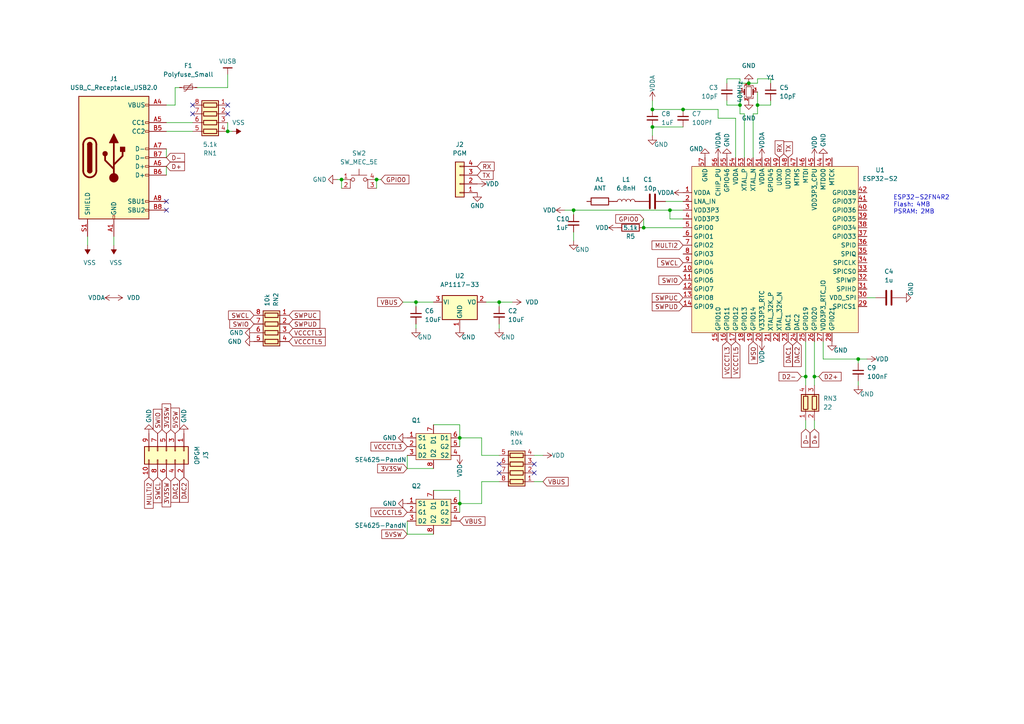
<source format=kicad_sch>
(kicad_sch (version 20230121) (generator eeschema)
  (paper "A4")
  (lib_symbols
    (symbol "Connector:USB_C_Receptacle_USB2.0" (pin_names (offset 1.016))
      (property "Reference" "J" (at -10.16 19.05 0))
      (property "Value" "USB_C_Receptacle_USB2.0" (at 19.05 19.05 0))
      (symbol "USB_C_Receptacle_USB2.0_0_0"
        (rectangle (start -0.254 -17.78) (end 0.254 -16.764))
        (rectangle (start 10.16 -14.986) (end 9.144 -15.494))
        (rectangle (start 10.16 -12.446) (end 9.144 -12.954))
        (rectangle (start 10.16 -4.826) (end 9.144 -5.334))
        (rectangle (start 10.16 -2.286) (end 9.144 -2.794))
        (rectangle (start 10.16 0.254) (end 9.144 -0.254))
        (rectangle (start 10.16 2.794) (end 9.144 2.286))
        (rectangle (start 10.16 7.874) (end 9.144 7.366))
        (rectangle (start 10.16 10.414) (end 9.144 9.906))
        (rectangle (start 10.16 15.494) (end 9.144 14.986))
      )
      (symbol "USB_C_Receptacle_USB2.0_0_1"
        (rectangle (start -10.16 17.78) (end 10.16 -17.78) (stroke (width 0.254)) (fill (type background)))
        (arc (start -8.89 -3.81) (mid -6.985 -5.7067) (end -5.08 -3.81) (stroke (width 0.508)))
        (arc (start -7.62 -3.81) (mid -6.985 -4.4423) (end -6.35 -3.81) (stroke (width 0.254)))
        (arc (start -7.62 -3.81) (mid -6.985 -4.4423) (end -6.35 -3.81) (stroke (width 0.254)) (fill (type outline)))
        (rectangle (start -7.62 -3.81) (end -6.35 3.81) (stroke (width 0.254)) (fill (type outline)))
        (arc (start -6.35 3.81) (mid -6.985 4.4423) (end -7.62 3.81) (stroke (width 0.254)))
        (arc (start -6.35 3.81) (mid -6.985 4.4423) (end -7.62 3.81) (stroke (width 0.254)) (fill (type outline)))
        (arc (start -5.08 3.81) (mid -6.985 5.7067) (end -8.89 3.81) (stroke (width 0.508)))
        (circle (center -2.54 1.143) (radius 0.635) (stroke (width 0.254)) (fill (type outline)))
        (circle (center 0 -5.842) (radius 1.27) (fill (type outline)))
        (polyline (pts (xy -8.89 -3.81) (xy -8.89 3.81)) (stroke (width 0.508)))
        (polyline (pts (xy -5.08 3.81) (xy -5.08 -3.81)) (stroke (width 0.508)))
        (polyline (pts (xy 0 -5.842) (xy 0 4.318)) (stroke (width 0.508)))
        (polyline (pts (xy 0 -3.302) (xy -2.54 -0.762) (xy -2.54 0.508)) (stroke (width 0.508)))
        (polyline (pts (xy 0 -2.032) (xy 2.54 0.508) (xy 2.54 1.778)) (stroke (width 0.508)))
        (polyline (pts (xy -1.27 4.318) (xy 0 6.858) (xy 1.27 4.318) (xy -1.27 4.318)) (stroke (width 0.254)) (fill (type outline)))
        (rectangle (start 1.905 1.778) (end 3.175 3.048) (stroke (width 0.254)) (fill (type outline)))
      )
      (symbol "USB_C_Receptacle_USB2.0_1_1"
        (pin passive line (at 0 -22.86 90) (length 5.08) (name "GND") (number "A1"))
        (pin passive line (at 0 -22.86 90) (length 5.08) hide (name "GND") (number "A12"))
        (pin passive line (at 15.24 15.24 180) (length 5.08) (name "VBUS") (number "A4"))
        (pin bidirectional line (at 15.24 10.16 180) (length 5.08) (name "CC1") (number "A5"))
        (pin bidirectional line (at 15.24 -2.54 180) (length 5.08) (name "D+") (number "A6"))
        (pin bidirectional line (at 15.24 2.54 180) (length 5.08) (name "D-") (number "A7"))
        (pin bidirectional line (at 15.24 -12.7 180) (length 5.08) (name "SBU1") (number "A8"))
        (pin passive line (at 15.24 15.24 180) (length 5.08) hide (name "VBUS") (number "A9"))
        (pin passive line (at 0 -22.86 90) (length 5.08) hide (name "GND") (number "B1"))
        (pin passive line (at 0 -22.86 90) (length 5.08) hide (name "GND") (number "B12"))
        (pin passive line (at 15.24 15.24 180) (length 5.08) hide (name "VBUS") (number "B4"))
        (pin bidirectional line (at 15.24 7.62 180) (length 5.08) (name "CC2") (number "B5"))
        (pin bidirectional line (at 15.24 -5.08 180) (length 5.08) (name "D+") (number "B6"))
        (pin bidirectional line (at 15.24 0 180) (length 5.08) (name "D-") (number "B7"))
        (pin bidirectional line (at 15.24 -15.24 180) (length 5.08) (name "SBU2") (number "B8"))
        (pin passive line (at 15.24 15.24 180) (length 5.08) hide (name "VBUS") (number "B9"))
        (pin passive line (at -7.62 -22.86 90) (length 5.08) (name "SHIELD") (number "S1"))
      )
    )
    (symbol "Connector_Generic:Conn_01x04" (pin_names (offset 1.016) hide)
      (property "Reference" "J" (at 0 5.08 0))
      (property "Value" "Conn_01x04" (at 0 -7.62 0))
      (symbol "Conn_01x04_1_1"
        (rectangle (start -1.27 -4.953) (end 0 -5.207) (stroke (width 0.1524)))
        (rectangle (start -1.27 -2.413) (end 0 -2.667) (stroke (width 0.1524)))
        (rectangle (start -1.27 0.127) (end 0 -0.127) (stroke (width 0.1524)))
        (rectangle (start -1.27 2.667) (end 0 2.413) (stroke (width 0.1524)))
        (rectangle (start -1.27 3.81) (end 1.27 -6.35) (stroke (width 0.254)) (fill (type background)))
        (pin passive line (at -5.08 2.54 0) (length 3.81) (name "Pin_1") (number "1"))
        (pin passive line (at -5.08 0 0) (length 3.81) (name "Pin_2") (number "2"))
        (pin passive line (at -5.08 -2.54 0) (length 3.81) (name "Pin_3") (number "3"))
        (pin passive line (at -5.08 -5.08 0) (length 3.81) (name "Pin_4") (number "4"))
      )
    )
    (symbol "Connector_Generic:Conn_02x05_Odd_Even" (pin_names (offset 1.016) hide)
      (property "Reference" "J" (at 1.27 7.62 0))
      (property "Value" "Conn_02x05_Odd_Even" (at 1.27 -7.62 0))
      (symbol "Conn_02x05_Odd_Even_1_1"
        (rectangle (start -1.27 -4.953) (end 0 -5.207) (stroke (width 0.1524)))
        (rectangle (start -1.27 -2.413) (end 0 -2.667) (stroke (width 0.1524)))
        (rectangle (start -1.27 0.127) (end 0 -0.127) (stroke (width 0.1524)))
        (rectangle (start -1.27 2.667) (end 0 2.413) (stroke (width 0.1524)))
        (rectangle (start -1.27 5.207) (end 0 4.953) (stroke (width 0.1524)))
        (rectangle (start -1.27 6.35) (end 3.81 -6.35) (stroke (width 0.254)) (fill (type background)))
        (rectangle (start 3.81 -4.953) (end 2.54 -5.207) (stroke (width 0.1524)))
        (rectangle (start 3.81 -2.413) (end 2.54 -2.667) (stroke (width 0.1524)))
        (rectangle (start 3.81 0.127) (end 2.54 -0.127) (stroke (width 0.1524)))
        (rectangle (start 3.81 2.667) (end 2.54 2.413) (stroke (width 0.1524)))
        (rectangle (start 3.81 5.207) (end 2.54 4.953) (stroke (width 0.1524)))
        (pin passive line (at -5.08 5.08 0) (length 3.81) (name "Pin_1") (number "1"))
        (pin passive line (at 7.62 -5.08 180) (length 3.81) (name "Pin_10") (number "10"))
        (pin passive line (at 7.62 5.08 180) (length 3.81) (name "Pin_2") (number "2"))
        (pin passive line (at -5.08 2.54 0) (length 3.81) (name "Pin_3") (number "3"))
        (pin passive line (at 7.62 2.54 180) (length 3.81) (name "Pin_4") (number "4"))
        (pin passive line (at -5.08 0 0) (length 3.81) (name "Pin_5") (number "5"))
        (pin passive line (at 7.62 0 180) (length 3.81) (name "Pin_6") (number "6"))
        (pin passive line (at -5.08 -2.54 0) (length 3.81) (name "Pin_7") (number "7"))
        (pin passive line (at 7.62 -2.54 180) (length 3.81) (name "Pin_8") (number "8"))
        (pin passive line (at -5.08 -5.08 0) (length 3.81) (name "Pin_9") (number "9"))
      )
    )
    (symbol "Device:C" (pin_numbers hide) (pin_names (offset 0.254))
      (property "Reference" "C" (at 0.635 2.54 0))
      (property "Value" "C" (at 0.635 -2.54 0))
      (symbol "C_0_1"
        (polyline (pts (xy -2.032 -0.762) (xy 2.032 -0.762)) (stroke (width 0.508)))
        (polyline (pts (xy -2.032 0.762) (xy 2.032 0.762)) (stroke (width 0.508)))
      )
      (symbol "C_1_1"
        (pin passive line (at 0 3.81 270) (length 2.794) (name "~") (number "1"))
        (pin passive line (at 0 -3.81 90) (length 2.794) (name "~") (number "2"))
      )
    )
    (symbol "Device:C_Small" (pin_numbers hide) (pin_names (offset 0.254) hide)
      (property "Reference" "C" (at 0.254 1.778 0))
      (property "Value" "C_Small" (at 0.254 -2.032 0))
      (symbol "C_Small_0_1"
        (polyline (pts (xy -1.524 -0.508) (xy 1.524 -0.508)) (stroke (width 0.3302)))
        (polyline (pts (xy -1.524 0.508) (xy 1.524 0.508)) (stroke (width 0.3048)))
      )
      (symbol "C_Small_1_1"
        (pin passive line (at 0 2.54 270) (length 2.032) (name "~") (number "1"))
        (pin passive line (at 0 -2.54 90) (length 2.032) (name "~") (number "2"))
      )
    )
    (symbol "Device:Crystal_GND24_Small" (pin_names (offset 1.016) hide)
      (property "Reference" "Y" (at 1.27 4.445 0))
      (property "Value" "Crystal_GND24_Small" (at 1.27 2.54 0))
      (symbol "Crystal_GND24_Small_0_1"
        (rectangle (start -0.762 -1.524) (end 0.762 1.524))
        (polyline (pts (xy -1.27 -0.762) (xy -1.27 0.762)) (stroke (width 0.381)))
        (polyline (pts (xy 1.27 -0.762) (xy 1.27 0.762)) (stroke (width 0.381)))
        (polyline (pts (xy -1.27 -1.27) (xy -1.27 -1.905) (xy 1.27 -1.905) (xy 1.27 -1.27)))
        (polyline (pts (xy -1.27 1.27) (xy -1.27 1.905) (xy 1.27 1.905) (xy 1.27 1.27)))
      )
      (symbol "Crystal_GND24_Small_1_1"
        (pin passive line (at -2.54 0 0) (length 1.27) (name "1") (number "1"))
        (pin passive line (at 0 -2.54 90) (length 0.635) (name "2") (number "2"))
        (pin passive line (at 2.54 0 180) (length 1.27) (name "3") (number "3"))
        (pin passive line (at 0 2.54 270) (length 0.635) (name "4") (number "4"))
      )
    )
    (symbol "Device:L" (pin_numbers hide) (pin_names (offset 1.016) hide)
      (property "Reference" "L" (at -1.27 0 90))
      (property "Value" "L" (at 1.905 0 90))
      (symbol "L_0_1"
        (arc (start 0 -2.54) (mid 0.6323 -1.905) (end 0 -1.27))
        (arc (start 0 -1.27) (mid 0.6323 -0.635) (end 0 0))
        (arc (start 0 0) (mid 0.6323 0.635) (end 0 1.27))
        (arc (start 0 1.27) (mid 0.6323 1.905) (end 0 2.54))
      )
      (symbol "L_1_1"
        (pin passive line (at 0 3.81 270) (length 1.27) (name "1") (number "1"))
        (pin passive line (at 0 -3.81 90) (length 1.27) (name "2") (number "2"))
      )
    )
    (symbol "Device:Polyfuse_Small" (pin_numbers hide) (pin_names (offset 0))
      (property "Reference" "F" (at -1.905 0 90))
      (property "Value" "Polyfuse_Small" (at 1.905 0 90))
      (symbol "Polyfuse_Small_0_1"
        (rectangle (start -0.508 1.27) (end 0.508 -1.27))
        (polyline (pts (xy 0 2.54) (xy 0 -2.54)))
        (polyline (pts (xy -1.016 1.27) (xy -1.016 0.762) (xy 1.016 -0.762) (xy 1.016 -1.27)))
      )
      (symbol "Polyfuse_Small_1_1"
        (pin passive line (at 0 2.54 270) (length 0.635) (name "~") (number "1"))
        (pin passive line (at 0 -2.54 90) (length 0.635) (name "~") (number "2"))
      )
    )
    (symbol "Device:R" (pin_numbers hide) (pin_names (offset 0))
      (property "Reference" "R" (at 2.032 0 90))
      (property "Value" "R" (at 0 0 90))
      (symbol "R_0_1"
        (rectangle (start -1.016 -2.54) (end 1.016 2.54) (stroke (width 0.254)))
      )
      (symbol "R_1_1"
        (pin passive line (at 0 3.81 270) (length 1.27) (name "~") (number "1"))
        (pin passive line (at 0 -3.81 90) (length 1.27) (name "~") (number "2"))
      )
    )
    (symbol "Device:R_Pack02" (pin_names (offset 0) hide)
      (property "Reference" "RN" (at -5.08 0 90))
      (property "Value" "R_Pack02" (at 2.54 0 90))
      (symbol "R_Pack02_0_1"
        (rectangle (start -3.81 -2.413) (end 1.27 2.413) (stroke (width 0.254)) (fill (type background)))
        (rectangle (start -3.175 1.905) (end -1.905 -1.905) (stroke (width 0.254)))
        (rectangle (start -0.635 1.905) (end 0.635 -1.905) (stroke (width 0.254)))
        (polyline (pts (xy -2.54 -2.54) (xy -2.54 -1.905)))
        (polyline (pts (xy -2.54 1.905) (xy -2.54 2.54)))
        (polyline (pts (xy 0 -2.54) (xy 0 -1.905)))
        (polyline (pts (xy 0 1.905) (xy 0 2.54)))
      )
      (symbol "R_Pack02_1_1"
        (pin passive line (at -2.54 -5.08 90) (length 2.54) (name "R1.1") (number "1"))
        (pin passive line (at 0 -5.08 90) (length 2.54) (name "R2.1") (number "2"))
        (pin passive line (at 0 5.08 270) (length 2.54) (name "R2.2") (number "3"))
        (pin passive line (at -2.54 5.08 270) (length 2.54) (name "R1.2") (number "4"))
      )
    )
    (symbol "Device:R_Pack04" (pin_names (offset 0) hide)
      (property "Reference" "RN" (at -7.62 0 90))
      (property "Value" "R_Pack04" (at 5.08 0 90))
      (symbol "R_Pack04_0_1"
        (rectangle (start -6.35 -2.413) (end 3.81 2.413) (stroke (width 0.254)) (fill (type background)))
        (rectangle (start -5.715 1.905) (end -4.445 -1.905) (stroke (width 0.254)))
        (rectangle (start -3.175 1.905) (end -1.905 -1.905) (stroke (width 0.254)))
        (rectangle (start -0.635 1.905) (end 0.635 -1.905) (stroke (width 0.254)))
        (polyline (pts (xy -5.08 -2.54) (xy -5.08 -1.905)))
        (polyline (pts (xy -5.08 1.905) (xy -5.08 2.54)))
        (polyline (pts (xy -2.54 -2.54) (xy -2.54 -1.905)))
        (polyline (pts (xy -2.54 1.905) (xy -2.54 2.54)))
        (polyline (pts (xy 0 -2.54) (xy 0 -1.905)))
        (polyline (pts (xy 0 1.905) (xy 0 2.54)))
        (polyline (pts (xy 2.54 -2.54) (xy 2.54 -1.905)))
        (polyline (pts (xy 2.54 1.905) (xy 2.54 2.54)))
        (rectangle (start 1.905 1.905) (end 3.175 -1.905) (stroke (width 0.254)))
      )
      (symbol "R_Pack04_1_1"
        (pin passive line (at -5.08 -5.08 90) (length 2.54) (name "R1.1") (number "1"))
        (pin passive line (at -2.54 -5.08 90) (length 2.54) (name "R2.1") (number "2"))
        (pin passive line (at 0 -5.08 90) (length 2.54) (name "R3.1") (number "3"))
        (pin passive line (at 2.54 -5.08 90) (length 2.54) (name "R4.1") (number "4"))
        (pin passive line (at 2.54 5.08 270) (length 2.54) (name "R4.2") (number "5"))
        (pin passive line (at 0 5.08 270) (length 2.54) (name "R3.2") (number "6"))
        (pin passive line (at -2.54 5.08 270) (length 2.54) (name "R2.2") (number "7"))
        (pin passive line (at -5.08 5.08 270) (length 2.54) (name "R1.2") (number "8"))
      )
    )
    (symbol "Regulator_Linear:AP1117-33" (pin_names (offset 0.254))
      (property "Reference" "U" (at -3.81 3.175 0))
      (property "Value" "AP1117-33" (at 0 3.175 0))
      (symbol "AP1117-33_0_1"
        (rectangle (start -5.08 -5.08) (end 5.08 1.905) (stroke (width 0.254)) (fill (type background)))
      )
      (symbol "AP1117-33_1_1"
        (pin power_in line (at 0 -7.62 90) (length 2.54) (name "GND") (number "1"))
        (pin power_out line (at 7.62 0 180) (length 2.54) (name "VO") (number "2"))
        (pin power_in line (at -7.62 0 0) (length 2.54) (name "VI") (number "3"))
      )
    )
    (symbol "SE4625-PandN:SE4625-PandN"
      (property "Reference" "U" (at -10.16 6.35 0))
      (property "Value" "SE4625-PandN" (at 0 10.16 0))
      (symbol "SE4625-PandN_0_1"
        (rectangle (start -5.08 3.81) (end 5.08 -3.81) (stroke (width 0.1524)) (fill (type background)))
      )
      (symbol "SE4625-PandN_1_1"
        (pin bidirectional line (at -7.62 2.54 0) (length 2.54) (name "S1") (number "1"))
        (pin bidirectional line (at -7.62 0 0) (length 2.54) (name "G1") (number "2"))
        (pin bidirectional line (at -7.62 -2.54 0) (length 2.54) (name "D2") (number "3"))
        (pin bidirectional line (at 7.62 -2.54 180) (length 2.54) (name "S2") (number "4"))
        (pin bidirectional line (at 7.62 0 180) (length 2.54) (name "G2") (number "5"))
        (pin bidirectional line (at 7.62 2.54 180) (length 2.54) (name "D1") (number "6"))
        (pin bidirectional line (at 0 6.35 270) (length 2.54) (name "D1") (number "7"))
        (pin bidirectional line (at 0 -6.35 90) (length 2.54) (name "D2") (number "8"))
      )
    )
    (symbol "Switch:SW_MEC_5E" (pin_names (offset 1.016) hide)
      (property "Reference" "SW" (at 0.635 5.715 0))
      (property "Value" "SW_MEC_5E" (at 0 -3.175 0))
      (symbol "SW_MEC_5E_0_1"
        (circle (center -1.778 2.54) (radius 0.508))
        (polyline (pts (xy -2.286 3.81) (xy 2.286 3.81)))
        (polyline (pts (xy 0 3.81) (xy 0 5.588)))
        (polyline (pts (xy -2.54 0) (xy -2.54 2.54) (xy -2.286 2.54)))
        (polyline (pts (xy 2.54 0) (xy 2.54 2.54) (xy 2.286 2.54)))
        (circle (center 1.778 2.54) (radius 0.508))
        (pin passive line (at -5.08 2.54 0) (length 2.54) (name "1") (number "1"))
        (pin passive line (at -5.08 0 0) (length 2.54) (name "2") (number "2"))
        (pin passive line (at 5.08 0 180) (length 2.54) (name "K") (number "3"))
        (pin passive line (at 5.08 2.54 180) (length 2.54) (name "A") (number "4"))
      )
    )
    (symbol "esp32s2:ESP32-S2"
      (property "Reference" "U" (at 0 6.35 0))
      (property "Value" "ESP32-S2" (at 0 1.27 0))
      (symbol "ESP32-S2_0_1"
        (rectangle (start -24.13 24.13) (end 24.13 -24.13) (stroke (width 0.1524)) (fill (type background)))
      )
      (symbol "ESP32-S2_1_1"
        (pin bidirectional line (at -26.67 16.51 0) (length 2.54) (name "VDDA") (number "1"))
        (pin bidirectional line (at -26.67 -6.35 0) (length 2.54) (name "GPIO5") (number "10"))
        (pin bidirectional line (at -26.67 -8.89 0) (length 2.54) (name "GPIO6") (number "11"))
        (pin bidirectional line (at -26.67 -11.43 0) (length 2.54) (name "GPIO7") (number "12"))
        (pin bidirectional line (at -26.67 -13.97 0) (length 2.54) (name "GPIO8") (number "13"))
        (pin bidirectional line (at -26.67 -16.51 0) (length 2.54) (name "GPIO9") (number "14"))
        (pin bidirectional line (at -16.51 -26.67 90) (length 2.54) (name "GPIO10") (number "15"))
        (pin bidirectional line (at -13.97 -26.67 90) (length 2.54) (name "GPIO11") (number "16"))
        (pin bidirectional line (at -11.43 -26.67 90) (length 2.54) (name "GPIO12") (number "17"))
        (pin bidirectional line (at -8.89 -26.67 90) (length 2.54) (name "GPIO13") (number "18"))
        (pin bidirectional line (at -6.35 -26.67 90) (length 2.54) (name "GPIO14") (number "19"))
        (pin bidirectional line (at -26.67 13.97 0) (length 2.54) (name "LNA_IN") (number "2"))
        (pin bidirectional line (at -3.81 -26.67 90) (length 2.54) (name "V333P3_RTC") (number "20"))
        (pin bidirectional line (at -1.27 -26.67 90) (length 2.54) (name "XTAL_32K_P") (number "21"))
        (pin bidirectional line (at 1.27 -26.67 90) (length 2.54) (name "XTAL_32K_N") (number "22"))
        (pin bidirectional line (at 3.81 -26.67 90) (length 2.54) (name "DAC1") (number "23"))
        (pin bidirectional line (at 6.35 -26.67 90) (length 2.54) (name "DAC2") (number "24"))
        (pin bidirectional line (at 8.89 -26.67 90) (length 2.54) (name "GPIO19") (number "25"))
        (pin bidirectional line (at 11.43 -26.67 90) (length 2.54) (name "GPIO20") (number "26"))
        (pin bidirectional line (at 13.97 -26.67 90) (length 2.54) (name "VDD3P3_RTC_IO") (number "27"))
        (pin bidirectional line (at 16.51 -26.67 90) (length 2.54) (name "GPIO21") (number "28"))
        (pin bidirectional line (at 26.67 -16.51 180) (length 2.54) (name "SPICS1") (number "29"))
        (pin bidirectional line (at -26.67 11.43 0) (length 2.54) (name "VDD3P3") (number "3"))
        (pin bidirectional line (at 26.67 -13.97 180) (length 2.54) (name "VDD_SPI") (number "30"))
        (pin bidirectional line (at 26.67 -11.43 180) (length 2.54) (name "SPIHD") (number "31"))
        (pin bidirectional line (at 26.67 -8.89 180) (length 2.54) (name "SPIWP") (number "32"))
        (pin bidirectional line (at 26.67 -6.35 180) (length 2.54) (name "SPICS0") (number "33"))
        (pin bidirectional line (at 26.67 -3.81 180) (length 2.54) (name "SPICLK") (number "34"))
        (pin bidirectional line (at 26.67 -1.27 180) (length 2.54) (name "SPIQ") (number "35"))
        (pin bidirectional line (at 26.67 1.27 180) (length 2.54) (name "SPID") (number "36"))
        (pin bidirectional line (at 26.67 3.81 180) (length 2.54) (name "GPIO33") (number "37"))
        (pin bidirectional line (at 26.67 6.35 180) (length 2.54) (name "GPIO34") (number "38"))
        (pin bidirectional line (at 26.67 8.89 180) (length 2.54) (name "GPIO35") (number "39"))
        (pin bidirectional line (at -26.67 8.89 0) (length 2.54) (name "VDD3P3") (number "4"))
        (pin bidirectional line (at 26.67 11.43 180) (length 2.54) (name "GPIO36") (number "40"))
        (pin bidirectional line (at 26.67 13.97 180) (length 2.54) (name "GPIO37") (number "41"))
        (pin bidirectional line (at 26.67 16.51 180) (length 2.54) (name "GPIO38") (number "42"))
        (pin bidirectional line (at 16.51 26.67 270) (length 2.54) (name "MTCK") (number "43"))
        (pin bidirectional line (at 13.97 26.67 270) (length 2.54) (name "MTDO0") (number "44"))
        (pin bidirectional line (at 11.43 26.67 270) (length 2.54) (name "VDD3P3_CPU") (number "45"))
        (pin bidirectional line (at 8.89 26.67 270) (length 2.54) (name "MTDI") (number "46"))
        (pin bidirectional line (at 6.35 26.67 270) (length 2.54) (name "MTMS") (number "47"))
        (pin bidirectional line (at 3.81 26.67 270) (length 2.54) (name "U0TXD") (number "48"))
        (pin bidirectional line (at 1.27 26.67 270) (length 2.54) (name "U0XD") (number "49"))
        (pin bidirectional line (at -26.67 6.35 0) (length 2.54) (name "GPIO0") (number "5"))
        (pin bidirectional line (at -1.27 26.67 270) (length 2.54) (name "GPIO45") (number "50"))
        (pin bidirectional line (at -3.81 26.67 270) (length 2.54) (name "VDDA") (number "51"))
        (pin bidirectional line (at -6.35 26.67 270) (length 2.54) (name "XTAL_N") (number "52"))
        (pin bidirectional line (at -8.89 26.67 270) (length 2.54) (name "XTAL_P") (number "53"))
        (pin bidirectional line (at -11.43 26.67 270) (length 2.54) (name "VDDA") (number "54"))
        (pin bidirectional line (at -13.97 26.67 270) (length 2.54) (name "GPIO46") (number "55"))
        (pin bidirectional line (at -16.51 26.67 270) (length 2.54) (name "CHIP_PU") (number "56"))
        (pin bidirectional line (at -20.32 26.67 270) (length 2.54) (name "GND") (number "57"))
        (pin bidirectional line (at -26.67 3.81 0) (length 2.54) (name "GPIO1") (number "6"))
        (pin bidirectional line (at -26.67 1.27 0) (length 2.54) (name "GPIO2") (number "7"))
        (pin bidirectional line (at -26.67 -1.27 0) (length 2.54) (name "GPIO3") (number "8"))
        (pin bidirectional line (at -26.67 -3.81 0) (length 2.54) (name "GPIO4") (number "9"))
      )
    )
    (symbol "gkl_power:VUSB" (power) (pin_names (offset 0))
      (property "Value" "VUSB" (at 0 3.556 0))
      (symbol "VUSB_0_1"
        (polyline (pts (xy -1.27 1.905) (xy 1.27 1.905)) (stroke (width 0.3048)))
        (polyline (pts (xy 0 0) (xy 0 1.905)))
      )
      (symbol "VUSB_1_1"
        (pin power_in line (at 0 0 90) (length 0) hide (name "VUSB") (number "1"))
      )
    )
    (symbol "power:GND" (power) (pin_names (offset 0))
      (property "Value" "GND" (at 0 -3.81 0))
      (symbol "GND_0_1"
        (polyline (pts (xy 0 0) (xy 0 -1.27) (xy 1.27 -1.27) (xy 0 -2.54) (xy -1.27 -1.27) (xy 0 -1.27)))
      )
      (symbol "GND_1_1"
        (pin power_in line (at 0 0 270) (length 0) hide (name "GND") (number "1"))
      )
    )
    (symbol "power:VDD" (power) (pin_names (offset 0))
      (property "Value" "VDD" (at 0 3.81 0))
      (symbol "VDD_0_1"
        (polyline (pts (xy -0.762 1.27) (xy 0 2.54)))
        (polyline (pts (xy 0 0) (xy 0 2.54)))
        (polyline (pts (xy 0 2.54) (xy 0.762 1.27)))
      )
      (symbol "VDD_1_1"
        (pin power_in line (at 0 0 90) (length 0) hide (name "VDD") (number "1"))
      )
    )
    (symbol "power:VDDA" (power) (pin_names (offset 0))
      (property "Value" "VDDA" (at 0 3.81 0))
      (symbol "VDDA_0_1"
        (polyline (pts (xy -0.762 1.27) (xy 0 2.54)))
        (polyline (pts (xy 0 0) (xy 0 2.54)))
        (polyline (pts (xy 0 2.54) (xy 0.762 1.27)))
      )
      (symbol "VDDA_1_1"
        (pin power_in line (at 0 0 90) (length 0) hide (name "VDDA") (number "1"))
      )
    )
    (symbol "power:VSS" (power) (pin_names (offset 0))
      (property "Value" "VSS" (at 0 3.81 0))
      (symbol "VSS_0_1"
        (polyline (pts (xy 0 0) (xy 0 2.54)))
        (polyline (pts (xy 0.762 1.27) (xy -0.762 1.27) (xy 0 2.54) (xy 0.762 1.27)) (fill (type outline)))
      )
      (symbol "VSS_1_1"
        (pin power_in line (at 0 0 90) (length 0) hide (name "VSS") (number "1"))
      )
    )
  )
  (junction (at 214.63 30.48))
  (junction (at 194.31 60.96))
  (junction (at 99.06 52.07))
  (junction (at 166.37 60.96))
  (junction (at 133.35 127))
  (junction (at 219.71 30.48))
  (junction (at 66.04 38.1))
  (junction (at 189.23 31.75))
  (junction (at 133.35 146.05))
  (junction (at 120.65 87.63))
  (junction (at 217.17 24.13))
  (junction (at 186.69 66.04))
  (junction (at 189.23 36.83))
  (junction (at 109.22 52.07))
  (junction (at 233.68 109.22))
  (junction (at 144.78 87.63))
  (junction (at 236.22 109.22))
  (junction (at 198.12 31.75))
  (junction (at 248.92 104.14))
  (no_connect (at 48.26 58.42))
  (no_connect (at 55.88 33.02))
  (no_connect (at 154.94 134.62))
  (no_connect (at 66.04 33.02))
  (no_connect (at 144.78 137.16))
  (no_connect (at 66.04 30.48))
  (no_connect (at 55.88 30.48))
  (no_connect (at 144.78 134.62))
  (no_connect (at 48.26 60.96))
  (no_connect (at 154.94 137.16))
  (wire (pts (xy 233.68 121.92) (xy 233.68 124.46)))
  (wire (pts (xy 133.35 127) (xy 139.7 127)))
  (wire (pts (xy 66.04 38.1) (xy 67.31 38.1)))
  (wire (pts (xy 189.23 36.83) (xy 198.12 36.83)))
  (wire (pts (xy 217.17 24.13) (xy 214.63 24.13)))
  (wire (pts (xy 210.82 30.48) (xy 214.63 30.48)))
  (wire (pts (xy 233.68 99.06) (xy 233.68 109.22)))
  (wire (pts (xy 214.63 30.48) (xy 214.63 26.67)))
  (wire (pts (xy 120.65 93.98) (xy 120.65 95.25)))
  (wire (pts (xy 166.37 67.31) (xy 166.37 69.85)))
  (wire (pts (xy 139.7 127) (xy 139.7 132.08)))
  (wire (pts (xy 218.44 45.72) (xy 218.44 33.02)))
  (wire (pts (xy 215.9 45.72) (xy 215.9 33.02)))
  (wire (pts (xy 99.06 52.07) (xy 99.06 54.61)))
  (wire (pts (xy 144.78 93.98) (xy 144.78 95.25)))
  (wire (pts (xy 215.9 33.02) (xy 214.63 33.02)))
  (wire (pts (xy 219.71 33.02) (xy 219.71 30.48)))
  (wire (pts (xy 217.17 24.13) (xy 219.71 24.13)))
  (wire (pts (xy 214.63 33.02) (xy 214.63 30.48)))
  (wire (pts (xy 66.04 35.56) (xy 66.04 38.1)))
  (wire (pts (xy 232.41 109.22) (xy 233.68 109.22)))
  (wire (pts (xy 210.82 22.86) (xy 214.63 22.86)))
  (wire (pts (xy 125.73 135.89) (xy 118.11 135.89)))
  (wire (pts (xy 140.97 87.63) (xy 144.78 87.63)))
  (wire (pts (xy 144.78 87.63) (xy 144.78 88.9)))
  (wire (pts (xy 213.36 45.72) (xy 213.36 34.29)))
  (wire (pts (xy 189.23 36.83) (xy 189.23 39.37)))
  (wire (pts (xy 118.11 135.89) (xy 118.11 132.08)))
  (wire (pts (xy 139.7 146.05) (xy 139.7 139.7)))
  (wire (pts (xy 48.26 35.56) (xy 55.88 35.56)))
  (wire (pts (xy 236.22 109.22) (xy 237.49 109.22)))
  (wire (pts (xy 233.68 109.22) (xy 233.68 111.76)))
  (wire (pts (xy 166.37 60.96) (xy 163.83 60.96)))
  (wire (pts (xy 251.46 104.14) (xy 248.92 104.14)))
  (wire (pts (xy 57.15 25.4) (xy 66.04 25.4)))
  (wire (pts (xy 133.35 142.24) (xy 133.35 146.05)))
  (wire (pts (xy 154.94 132.08) (xy 157.48 132.08)))
  (wire (pts (xy 139.7 132.08) (xy 144.78 132.08)))
  (wire (pts (xy 125.73 154.94) (xy 118.11 154.94)))
  (wire (pts (xy 223.52 24.13) (xy 223.52 22.86)))
  (wire (pts (xy 210.82 29.21) (xy 210.82 30.48)))
  (wire (pts (xy 50.8 30.48) (xy 48.26 30.48)))
  (wire (pts (xy 219.71 22.86) (xy 223.52 22.86)))
  (wire (pts (xy 109.22 52.07) (xy 109.22 54.61)))
  (wire (pts (xy 213.36 34.29) (xy 208.28 34.29)))
  (wire (pts (xy 198.12 63.5) (xy 194.31 63.5)))
  (wire (pts (xy 120.65 87.63) (xy 120.65 88.9)))
  (wire (pts (xy 219.71 24.13) (xy 219.71 22.86)))
  (wire (pts (xy 25.4 71.12) (xy 25.4 68.58)))
  (wire (pts (xy 236.22 121.92) (xy 236.22 124.46)))
  (wire (pts (xy 219.71 30.48) (xy 219.71 26.67)))
  (wire (pts (xy 251.46 86.36) (xy 254 86.36)))
  (wire (pts (xy 189.23 29.21) (xy 189.23 31.75)))
  (wire (pts (xy 66.04 25.4) (xy 66.04 21.59)))
  (wire (pts (xy 120.65 87.63) (xy 125.73 87.63)))
  (wire (pts (xy 186.69 63.5) (xy 186.69 66.04)))
  (wire (pts (xy 219.71 30.48) (xy 223.52 30.48)))
  (wire (pts (xy 118.11 154.94) (xy 118.11 151.13)))
  (wire (pts (xy 133.35 146.05) (xy 139.7 146.05)))
  (wire (pts (xy 116.84 87.63) (xy 120.65 87.63)))
  (wire (pts (xy 48.26 43.18) (xy 48.26 45.72)))
  (wire (pts (xy 139.7 139.7) (xy 144.78 139.7)))
  (wire (pts (xy 186.69 66.04) (xy 198.12 66.04)))
  (wire (pts (xy 248.92 110.49) (xy 248.92 111.76)))
  (wire (pts (xy 33.02 71.12) (xy 33.02 68.58)))
  (wire (pts (xy 166.37 60.96) (xy 166.37 62.23)))
  (wire (pts (xy 194.31 60.96) (xy 198.12 60.96)))
  (wire (pts (xy 125.73 123.19) (xy 133.35 123.19)))
  (wire (pts (xy 210.82 24.13) (xy 210.82 22.86)))
  (wire (pts (xy 223.52 29.21) (xy 223.52 30.48)))
  (wire (pts (xy 48.26 38.1) (xy 55.88 38.1)))
  (wire (pts (xy 236.22 99.06) (xy 236.22 109.22)))
  (wire (pts (xy 248.92 104.14) (xy 248.92 105.41)))
  (wire (pts (xy 48.26 48.26) (xy 48.26 50.8)))
  (wire (pts (xy 214.63 24.13) (xy 214.63 22.86)))
  (wire (pts (xy 97.79 52.07) (xy 99.06 52.07)))
  (wire (pts (xy 218.44 33.02) (xy 219.71 33.02)))
  (wire (pts (xy 133.35 123.19) (xy 133.35 127)))
  (wire (pts (xy 154.94 139.7) (xy 157.48 139.7)))
  (wire (pts (xy 193.04 58.42) (xy 198.12 58.42)))
  (wire (pts (xy 208.28 31.75) (xy 198.12 31.75)))
  (wire (pts (xy 133.35 127) (xy 133.35 129.54)))
  (wire (pts (xy 236.22 109.22) (xy 236.22 111.76)))
  (wire (pts (xy 133.35 146.05) (xy 133.35 148.59)))
  (wire (pts (xy 144.78 87.63) (xy 148.59 87.63)))
  (wire (pts (xy 208.28 34.29) (xy 208.28 31.75)))
  (wire (pts (xy 248.92 104.14) (xy 238.76 104.14)))
  (wire (pts (xy 194.31 60.96) (xy 166.37 60.96)))
  (wire (pts (xy 50.8 25.4) (xy 52.07 25.4)))
  (wire (pts (xy 109.22 52.07) (xy 110.49 52.07)))
  (wire (pts (xy 238.76 104.14) (xy 238.76 99.06)))
  (wire (pts (xy 194.31 63.5) (xy 194.31 60.96)))
  (wire (pts (xy 125.73 142.24) (xy 133.35 142.24)))
  (wire (pts (xy 189.23 31.75) (xy 198.12 31.75)))
  (wire (pts (xy 50.8 25.4) (xy 50.8 30.48)))
  (text "ESP32-S2FN4R2\nFlash: 4MB\nPSRAM: 2MB" (at 259.08 62.23 0) (effects (font (size 1.27 1.27)) (justify left bottom)))
  (global_label "DAC2" (shape input) (at 231.14 99.06 270) (property "Intersheetrefs" "${INTERSHEET_REFS}" (effects hide)))
  (global_label "VCCCTL5" (shape input) (at 118.11 148.59 180) (property "Intersheetrefs" "${INTERSHEET_REFS}" (effects hide)))
  (global_label "DAC1" (shape input) (at 50.8 138.43 270) (property "Intersheetrefs" "${INTERSHEET_REFS}" (effects hide)))
  (global_label "GPIO0" (shape input) (at 110.49 52.07 0) (property "Intersheetrefs" "${INTERSHEET_REFS}" (effects hide)))
  (global_label "SWPUD" (shape input) (at 83.82 93.98 0) (property "Intersheetrefs" "${INTERSHEET_REFS}" (effects hide)))
  (global_label "D-" (shape input) (at 48.26 45.72 0) (property "Intersheetrefs" "${INTERSHEET_REFS}" (effects hide)))
  (global_label "TX" (shape input) (at 138.43 50.8 0) (property "Intersheetrefs" "${INTERSHEET_REFS}" (effects hide)))
  (global_label "3V3SW" (shape input) (at 48.26 138.43 270) (property "Intersheetrefs" "${INTERSHEET_REFS}" (effects hide)))
  (global_label "D+" (shape input) (at 236.22 124.46 270) (property "Intersheetrefs" "${INTERSHEET_REFS}" (effects hide)))
  (global_label "VBUS" (shape input) (at 116.84 87.63 180) (property "Intersheetrefs" "${INTERSHEET_REFS}" (effects hide)))
  (global_label "WSO" (shape input) (at 218.44 99.06 270) (property "Intersheetrefs" "${INTERSHEET_REFS}" (effects hide)))
  (global_label "SWCL" (shape input) (at 73.66 91.44 180) (property "Intersheetrefs" "${INTERSHEET_REFS}" (effects hide)))
  (global_label "SWPUC" (shape input) (at 83.82 91.44 0) (property "Intersheetrefs" "${INTERSHEET_REFS}" (effects hide)))
  (global_label "3V3SW" (shape input) (at 118.11 135.89 180) (property "Intersheetrefs" "${INTERSHEET_REFS}" (effects hide)))
  (global_label "D2-" (shape input) (at 232.41 109.22 180) (property "Intersheetrefs" "${INTERSHEET_REFS}" (effects hide)))
  (global_label "SWIO" (shape input) (at 45.72 125.73 90) (property "Intersheetrefs" "${INTERSHEET_REFS}" (effects hide)))
  (global_label "VBUS" (shape input) (at 157.48 139.7 0) (property "Intersheetrefs" "${INTERSHEET_REFS}" (effects hide)))
  (global_label "RX" (shape input) (at 138.43 48.26 0) (property "Intersheetrefs" "${INTERSHEET_REFS}" (effects hide)))
  (global_label "SWIO" (shape input) (at 198.12 81.28 180) (property "Intersheetrefs" "${INTERSHEET_REFS}" (effects hide)))
  (global_label "SWPUD" (shape input) (at 198.12 88.9 180) (property "Intersheetrefs" "${INTERSHEET_REFS}" (effects hide)))
  (global_label "SWCL" (shape input) (at 45.72 138.43 270) (property "Intersheetrefs" "${INTERSHEET_REFS}" (effects hide)))
  (global_label "SWCL" (shape input) (at 198.12 76.2 180) (property "Intersheetrefs" "${INTERSHEET_REFS}" (effects hide)))
  (global_label "VCCCTL5" (shape input) (at 213.36 99.06 270) (property "Intersheetrefs" "${INTERSHEET_REFS}" (effects hide)))
  (global_label "GPIO0" (shape input) (at 186.69 63.5 180) (property "Intersheetrefs" "${INTERSHEET_REFS}" (effects hide)))
  (global_label "VCCCTL3" (shape input) (at 210.82 99.06 270) (property "Intersheetrefs" "${INTERSHEET_REFS}" (effects hide)))
  (global_label "5VSW" (shape input) (at 118.11 154.94 180) (property "Intersheetrefs" "${INTERSHEET_REFS}" (effects hide)))
  (global_label "5VSW" (shape input) (at 50.8 125.73 90) (property "Intersheetrefs" "${INTERSHEET_REFS}" (effects hide)))
  (global_label "D-" (shape input) (at 233.68 124.46 270) (property "Intersheetrefs" "${INTERSHEET_REFS}" (effects hide)))
  (global_label "RX" (shape input) (at 226.06 45.72 90) (property "Intersheetrefs" "${INTERSHEET_REFS}" (effects hide)))
  (global_label "3V3SW" (shape input) (at 48.26 125.73 90) (property "Intersheetrefs" "${INTERSHEET_REFS}" (effects hide)))
  (global_label "SWIO" (shape input) (at 73.66 93.98 180) (property "Intersheetrefs" "${INTERSHEET_REFS}" (effects hide)))
  (global_label "D+" (shape input) (at 48.26 48.26 0) (property "Intersheetrefs" "${INTERSHEET_REFS}" (effects hide)))
  (global_label "VBUS" (shape input) (at 133.35 151.13 0) (property "Intersheetrefs" "${INTERSHEET_REFS}" (effects hide)))
  (global_label "D2+" (shape input) (at 237.49 109.22 0) (property "Intersheetrefs" "${INTERSHEET_REFS}" (effects hide)))
  (global_label "DAC1" (shape input) (at 228.6 99.06 270) (property "Intersheetrefs" "${INTERSHEET_REFS}" (effects hide)))
  (global_label "MULTI2" (shape input) (at 198.12 71.12 180) (property "Intersheetrefs" "${INTERSHEET_REFS}" (effects hide)))
  (global_label "VCCCTL3" (shape input) (at 83.82 96.52 0) (property "Intersheetrefs" "${INTERSHEET_REFS}" (effects hide)))
  (global_label "VCCCTL3" (shape input) (at 118.11 129.54 180) (property "Intersheetrefs" "${INTERSHEET_REFS}" (effects hide)))
  (global_label "VCCCTL5" (shape input) (at 83.82 99.06 0) (property "Intersheetrefs" "${INTERSHEET_REFS}" (effects hide)))
  (global_label "DAC2" (shape input) (at 53.34 138.43 270) (property "Intersheetrefs" "${INTERSHEET_REFS}" (effects hide)))
  (global_label "SWPUC" (shape input) (at 198.12 86.36 180) (property "Intersheetrefs" "${INTERSHEET_REFS}" (effects hide)))
  (global_label "TX" (shape input) (at 228.6 45.72 90) (property "Intersheetrefs" "${INTERSHEET_REFS}" (effects hide)))
  (global_label "MULTI2" (shape input) (at 43.18 138.43 270) (property "Intersheetrefs" "${INTERSHEET_REFS}" (effects hide)))
  (symbol (lib_id "power:GND") (at 166.37 69.85 0) (unit 1)
    (property "Reference" "#PWR010" (effects hide))
    (property "Value" "GND" (at 168.91 72.39 0))
  )
  (symbol (lib_id "Device:Crystal_GND24_Small") (at 217.17 26.67 0) (unit 1)
    (property "Reference" "Y1" (at 223.52 22.4791 0))
    (property "Value" "40MHz" (at 214.63 26.67 90))
    (property "Footprint" "Crystal:Crystal_SMD_2016-4Pin_2.0x1.6mm" (effects hide))
    (property "LCSC" "C648970" (effects hide))
  )
  (symbol (lib_id "power:VDD") (at 138.43 53.34 270) (unit 1)
    (property "Reference" "#PWR026" (effects hide))
    (property "Value" "VDD" (at 144.78 53.34 90) (effects (justify right)))
  )
  (symbol (lib_id "power:VDD") (at 236.22 45.72 0) (unit 1)
    (property "Reference" "#PWR019" (effects hide))
    (property "Value" "VDD" (at 236.22 39.37 90) (effects (justify right)))
  )
  (symbol (lib_id "power:GND") (at 204.47 45.72 180) (unit 1)
    (property "Reference" "#PWR011" (effects hide))
    (property "Value" "GND" (at 201.93 43.18 0))
  )
  (symbol (lib_id "Device:Polyfuse_Small") (at 54.61 25.4 90) (unit 1)
    (property "Reference" "F1" (at 54.61 19.05 90))
    (property "Value" "Polyfuse_Small" (at 54.61 21.59 90))
    (property "Footprint" "Fuse:Fuse_0603_1608Metric" (effects hide))
  )
  (symbol (lib_id "Device:R_Pack02") (at 236.22 116.84 0) (unit 1)
    (property "Reference" "RN3" (at 238.76 115.57 0) (effects (justify left)))
    (property "Value" "22" (at 238.76 118.11 0) (effects (justify left)))
    (property "Footprint" "Resistor_SMD:R_Array_Convex_2x0603" (effects hide))
  )
  (symbol (lib_id "power:GND") (at 217.17 24.13 180) (unit 1)
    (property "Reference" "#PWR015" (effects hide))
    (property "Value" "GND" (at 217.17 19.05 0))
  )
  (symbol (lib_id "power:VSS") (at 33.02 71.12 180) (unit 1)
    (property "Reference" "#PWR02" (effects hide))
    (property "Value" "VSS" (at 31.75 76.2 0) (effects (justify right)))
  )
  (symbol (lib_id "Device:C_Small") (at 166.37 64.77 0) (unit 1)
    (property "Reference" "C10" (at 161.29 63.5 0) (effects (justify left)))
    (property "Value" "1uF" (at 161.29 66.04 0) (effects (justify left)))
    (property "Footprint" "Capacitor_SMD:C_0603_1608Metric" (effects hide))
  )
  (symbol (lib_id "power:GND") (at 144.78 95.25 0) (unit 1)
    (property "Reference" "#PWR035" (effects hide))
    (property "Value" "GND" (at 147.32 97.79 0))
  )
  (symbol (lib_id "power:GND") (at 210.82 45.72 180) (unit 1)
    (property "Reference" "#PWR013" (effects hide))
    (property "Value" "GND" (at 210.82 40.64 90))
  )
  (symbol (lib_id "power:VDD") (at 133.35 132.08 180) (unit 1)
    (property "Reference" "#PWR031" (effects hide))
    (property "Value" "VDD" (at 133.35 138.43 90) (effects (justify right)))
  )
  (symbol (lib_id "power:GND") (at 241.3 99.06 0) (unit 1)
    (property "Reference" "#PWR022" (effects hide))
    (property "Value" "GND" (at 243.84 101.6 0))
  )
  (symbol (lib_id "power:VDDA") (at 198.12 55.88 90) (unit 1)
    (property "Reference" "#PWR08" (effects hide))
    (property "Value" "VDDA" (at 195.58 55.88 90) (effects (justify left)))
  )
  (symbol (lib_id "Connector:USB_C_Receptacle_USB2.0") (at 33.02 45.72 0) (unit 1)
    (property "Reference" "J1" (at 33.02 22.86 0))
    (property "Value" "USB_C_Receptacle_USB2.0" (at 33.02 25.4 0))
    (property "Footprint" "BadgePiratesFootprint:USB_C_Receptical-Jing" (effects hide))
    (property "Datasheet" "https://www.usb.org/sites/default/files/documents/usb_type-c.zip" (effects hide))
  )
  (symbol (lib_id "power:GND") (at 53.34 125.73 180) (unit 1)
    (property "Reference" "#PWR034" (effects hide))
    (property "Value" "GND" (at 53.34 120.65 90))
  )
  (symbol (lib_id "Device:R") (at 182.88 66.04 90) (unit 1)
    (property "Reference" "R5" (at 182.88 68.58 90))
    (property "Value" "5.1k" (at 182.88 66.04 90))
    (property "Footprint" "Resistor_SMD:R_0603_1608Metric" (effects hide))
    (property "LCSC" "C105872" (effects hide))
  )
  (symbol (lib_id "power:VDD") (at 220.98 99.06 180) (unit 1)
    (property "Reference" "#PWR018" (effects hide))
    (property "Value" "VDD" (at 220.98 105.41 90) (effects (justify right)))
  )
  (symbol (lib_id "Device:C_Small") (at 223.52 26.67 0) (unit 1)
    (property "Reference" "C5" (at 226.06 25.4063 0) (effects (justify left)))
    (property "Value" "10pF" (at 226.06 27.9463 0) (effects (justify left)))
    (property "Footprint" "Capacitor_SMD:C_0603_1608Metric" (effects hide))
  )
  (symbol (lib_id "power:GND") (at 118.11 146.05 270) (unit 1)
    (property "Reference" "#PWR030" (effects hide))
    (property "Value" "GND" (at 113.03 146.05 90))
  )
  (symbol (lib_id "Device:L") (at 181.61 58.42 90) (unit 1)
    (property "Reference" "L1" (at 181.61 52.07 90))
    (property "Value" "6.8nH" (at 181.61 54.61 90))
    (property "Footprint" "Inductor_SMD:L_0402_1005Metric" (effects hide))
    (property "LCSC" "C77110" (effects hide))
  )
  (symbol (lib_id "power:GND") (at 120.65 95.25 0) (unit 1)
    (property "Reference" "#PWR036" (effects hide))
    (property "Value" "GND" (at 123.19 97.79 0))
  )
  (symbol (lib_id "Device:C_Small") (at 198.12 34.29 0) (unit 1)
    (property "Reference" "C7" (at 200.66 33.0263 0) (effects (justify left)))
    (property "Value" "100Pf" (at 200.66 35.5663 0) (effects (justify left)))
    (property "Footprint" "Capacitor_SMD:C_0603_1608Metric" (effects hide))
  )
  (symbol (lib_id "power:VDD") (at 157.48 132.08 270) (unit 1)
    (property "Reference" "#PWR032" (effects hide))
    (property "Value" "VDD" (at 163.83 132.08 90) (effects (justify right)))
  )
  (symbol (lib_id "power:VDD") (at 33.02 86.36 270) (unit 1)
    (property "Reference" "#PWR038" (effects hide))
    (property "Value" "VDD" (at 36.83 86.3599 90) (effects (justify left)))
  )
  (symbol (lib_id "power:GND") (at 118.11 127 270) (unit 1)
    (property "Reference" "#PWR029" (effects hide))
    (property "Value" "GND" (at 113.03 127 90))
  )
  (symbol (lib_id "power:VDD") (at 163.83 60.96 90) (unit 1)
    (property "Reference" "#PWR09" (effects hide))
    (property "Value" "VDD" (at 157.48 60.96 90) (effects (justify right)))
  )
  (symbol (lib_id "Device:C") (at 257.81 86.36 90) (unit 1)
    (property "Reference" "C4" (at 257.81 78.74 90))
    (property "Value" "1u" (at 257.81 81.28 90))
    (property "Footprint" "Capacitor_SMD:C_0805_2012Metric" (effects hide))
    (property "LCSC" "C106254" (effects hide))
  )
  (symbol (lib_id "Device:C") (at 189.23 58.42 90) (unit 1)
    (property "Reference" "C1" (at 189.23 52.07 90) (effects (justify left)))
    (property "Value" "10p" (at 190.5 54.61 90) (effects (justify left)))
    (property "Footprint" "Capacitor_SMD:C_0805_2012Metric" (effects hide))
    (property "LCSC" "C106199" (effects hide))
  )
  (symbol (lib_id "power:VDDA") (at 208.28 45.72 0) (unit 1)
    (property "Reference" "#PWR012" (effects hide))
    (property "Value" "VDDA" (at 208.28 43.18 90) (effects (justify left)))
  )
  (symbol (lib_id "power:GND") (at 238.76 45.72 180) (unit 1)
    (property "Reference" "#PWR020" (effects hide))
    (property "Value" "GND" (at 238.76 40.64 90))
  )
  (symbol (lib_id "power:GND") (at 97.79 52.07 270) (unit 1)
    (property "Reference" "#PWR024" (effects hide))
    (property "Value" "GND" (at 92.71 52.07 90))
  )
  (symbol (lib_id "power:GND") (at 133.35 95.25 0) (unit 1)
    (property "Reference" "#PWR025" (effects hide))
    (property "Value" "GND" (at 135.89 97.79 0))
  )
  (symbol (lib_id "power:GND") (at 73.66 96.52 270) (unit 1)
    (property "Reference" "#PWR05" (effects hide))
    (property "Value" "GND" (at 68.58 96.52 90))
  )
  (symbol (lib_id "esp32s2:ESP32-S2") (at 224.79 72.39 0) (unit 1)
    (property "Reference" "U1" (at 255.27 49.3012 0))
    (property "Value" "ESP32-S2" (at 255.27 51.8412 0))
    (property "Footprint" "Package_DFN_QFN:QFN-56-1EP_7x7mm_P0.4mm_EP3.2x3.2mm" (effects hide))
    (property "LCSC" "C2840995" (effects hide))
  )
  (symbol (lib_id "power:GND") (at 217.17 29.21 0) (unit 1)
    (property "Reference" "#PWR016" (effects hide))
    (property "Value" "GND" (at 217.17 34.29 0))
  )
  (symbol (lib_id "Device:R") (at 173.99 58.42 270) (unit 1)
    (property "Reference" "A1" (at 173.99 52.07 90))
    (property "Value" "ANT" (at 173.99 54.61 90))
    (property "Footprint" "Resistor_SMD:R_1206_3216Metric" (effects hide))
    (property "LCSC" "C127629" (effects hide))
  )
  (symbol (lib_id "power:VDD") (at 148.59 87.63 270) (unit 1)
    (property "Reference" "#PWR028" (effects hide))
    (property "Value" "VDD" (at 152.4 87.6299 90) (effects (justify left)))
  )
  (symbol (lib_id "power:VDD") (at 251.46 104.14 270) (unit 1)
    (property "Reference" "#PWR021" (effects hide))
    (property "Value" "VDD" (at 257.81 104.14 90) (effects (justify right)))
  )
  (symbol (lib_id "power:VSS") (at 25.4 71.12 180) (unit 1)
    (property "Reference" "#PWR01" (effects hide))
    (property "Value" "VSS" (at 24.13 76.2 0) (effects (justify right)))
  )
  (symbol (lib_id "power:VDDA") (at 33.02 86.36 90) (unit 1)
    (property "Reference" "#PWR039" (effects hide))
    (property "Value" "VDDA" (at 30.48 86.36 90) (effects (justify left)))
  )
  (symbol (lib_id "power:VDD") (at 179.07 66.04 90) (unit 1)
    (property "Reference" "#PWR07" (effects hide))
    (property "Value" "VDD" (at 172.72 66.04 90) (effects (justify right)))
  )
  (symbol (lib_id "Device:C_Small") (at 189.23 34.29 0) (unit 1)
    (property "Reference" "C8" (at 191.77 33.0263 0) (effects (justify left)))
    (property "Value" "1uF" (at 191.77 35.5663 0) (effects (justify left)))
    (property "Footprint" "Capacitor_SMD:C_0603_1608Metric" (effects hide))
  )
  (symbol (lib_id "Device:C_Small") (at 210.82 26.67 0) (unit 1)
    (property "Reference" "C3" (at 208.28 25.4063 0) (effects (justify right)))
    (property "Value" "10pF" (at 208.28 27.9463 0) (effects (justify right)))
    (property "Footprint" "Capacitor_SMD:C_0603_1608Metric" (effects hide))
  )
  (symbol (lib_id "power:VSS") (at 67.31 38.1 270) (unit 1)
    (property "Reference" "#PWR04" (effects hide))
    (property "Value" "VSS" (at 67.31 35.56 90) (effects (justify left)))
  )
  (symbol (lib_id "Connector_Generic:Conn_01x04") (at 133.35 53.34 180) (unit 1)
    (property "Reference" "J2" (at 133.35 41.91 0))
    (property "Value" "PGM" (at 133.35 44.45 0))
    (property "Footprint" "Connector_PinHeader_1.00mm:PinHeader_1x04_P1.00mm_Vertical" (effects hide))
    (property "LCSC" "NP" (effects hide))
  )
  (symbol (lib_id "power:GND") (at 261.62 86.36 90) (unit 1)
    (property "Reference" "#PWR023" (effects hide))
    (property "Value" "GND" (at 264.16 83.82 0))
  )
  (symbol (lib_id "Device:R_Pack04") (at 78.74 96.52 90) (mirror x) (unit 1)
    (property "Reference" "RN2" (at 80.01 88.9 0) (effects (justify right)))
    (property "Value" "10k" (at 77.47 88.9 0) (effects (justify right)))
    (property "Footprint" "Resistor_SMD:R_Array_Convex_4x0612" (effects hide))
  )
  (symbol (lib_id "power:GND") (at 73.66 99.06 270) (unit 1)
    (property "Reference" "#PWR06" (effects hide))
    (property "Value" "GND" (at 66.04 99.06 90) (effects (justify left)))
  )
  (symbol (lib_id "Switch:SW_MEC_5E") (at 104.14 54.61 0) (unit 1)
    (property "Reference" "SW2" (at 104.14 44.45 0))
    (property "Value" "SW_MEC_5E" (at 104.14 46.99 0))
    (property "Footprint" "UL_Buttons:TS3315A" (effects hide))
    (property "Datasheet" "http://www.apem.com/int/index.php?controller=attachment&id_attachment=1371" (effects hide))
  )
  (symbol (lib_id "Device:R_Pack04") (at 149.86 134.62 90) (unit 1)
    (property "Reference" "RN4" (at 149.86 125.73 90))
    (property "Value" "10k" (at 149.86 128.27 90))
    (property "Footprint" "Resistor_SMD:R_Array_Convex_4x0612" (effects hide))
  )
  (symbol (lib_id "power:GND") (at 248.92 111.76 0) (unit 1)
    (property "Reference" "#PWR040" (effects hide))
    (property "Value" "GND" (at 251.46 114.3 0))
  )
  (symbol (lib_id "SE4625-PandN:SE4625-PandN") (at 125.73 148.59 0) (unit 1)
    (property "Reference" "Q2" (at 119.38 140.97 0) (effects (justify left)))
    (property "Value" "SE4625-PandN" (at 102.87 152.4 0) (effects (justify left)))
    (property "Footprint" "cnhardware:DFN-6-2x2-SplitPad" (effects hide))
    (property "LCSC" "C730094" (effects hide))
  )
  (symbol (lib_id "Device:C_Small") (at 248.92 107.95 0) (unit 1)
    (property "Reference" "C9" (at 251.46 106.6863 0) (effects (justify left)))
    (property "Value" "100nF" (at 251.46 109.2263 0) (effects (justify left)))
    (property "Footprint" "Capacitor_SMD:C_0805_2012Metric" (effects hide))
  )
  (symbol (lib_id "Regulator_Linear:AP1117-33") (at 133.35 87.63 0) (unit 1)
    (property "Reference" "U2" (at 133.35 80.01 0))
    (property "Value" "AP1117-33" (at 133.35 82.55 0))
    (property "Footprint" "Package_TO_SOT_SMD:SOT-23" (effects hide))
    (property "Datasheet" "http://www.diodes.com/datasheets/AP1117.pdf" (effects hide))
    (property "LCSC" "C6186" (effects hide))
  )
  (symbol (lib_id "power:GND") (at 189.23 39.37 0) (unit 1)
    (property "Reference" "#PWR037" (effects hide))
    (property "Value" "GND" (at 191.77 41.91 0))
  )
  (symbol (lib_id "gkl_power:VUSB") (at 66.04 21.59 0) (unit 1)
    (property "Reference" "#PWR03" (effects hide))
    (property "Value" "VUSB" (at 66.04 17.78 0))
  )
  (symbol (lib_id "Connector_Generic:Conn_02x05_Odd_Even") (at 48.26 130.81 270) (unit 1)
    (property "Reference" "J3" (at 59.69 132.08 0))
    (property "Value" "OPGM" (at 57.15 132.08 0))
    (property "Footprint" "Connector_PinHeader_2.54mm:PinHeader_2x05_P2.54mm_Horizontal" (effects hide))
    (property "LCSC" "C239336" (effects hide))
  )
  (symbol (lib_id "power:GND") (at 43.18 125.73 180) (unit 1)
    (property "Reference" "#PWR033" (effects hide))
    (property "Value" "GND" (at 43.18 120.65 90))
  )
  (symbol (lib_id "SE4625-PandN:SE4625-PandN") (at 125.73 129.54 0) (unit 1)
    (property "Reference" "Q1" (at 119.38 121.92 0) (effects (justify left)))
    (property "Value" "SE4625-PandN" (at 102.87 133.35 0) (effects (justify left)))
    (property "Footprint" "cnhardware:DFN-6-2x2-SplitPad" (effects hide))
    (property "LCSC" "C730094" (effects hide))
  )
  (symbol (lib_id "power:VDDA") (at 189.23 29.21 0) (unit 1)
    (property "Reference" "#PWR014" (effects hide))
    (property "Value" "VDDA" (at 189.23 26.67 90) (effects (justify left)))
  )
  (symbol (lib_id "power:GND") (at 138.43 55.88 0) (unit 1)
    (property "Reference" "#PWR027" (effects hide))
    (property "Value" "GND" (at 138.43 59.69 0))
  )
  (symbol (lib_id "power:VDDA") (at 220.98 45.72 0) (unit 1)
    (property "Reference" "#PWR017" (effects hide))
    (property "Value" "VDDA" (at 220.98 43.18 90) (effects (justify left)))
  )
  (symbol (lib_id "Device:C_Small") (at 144.78 91.44 0) (unit 1)
    (property "Reference" "C2" (at 147.32 90.1763 0) (effects (justify left)))
    (property "Value" "10uF" (at 147.32 92.7163 0) (effects (justify left)))
    (property "Footprint" "Capacitor_SMD:C_0805_2012Metric" (effects hide))
  )
  (symbol (lib_id "Device:R_Pack04") (at 60.96 35.56 90) (mirror x) (unit 1)
    (property "Reference" "RN1" (at 60.96 44.45 90))
    (property "Value" "5.1k" (at 60.96 41.91 90))
    (property "Footprint" "Resistor_SMD:R_Array_Convex_4x0612" (effects hide))
  )
  (symbol (lib_id "Device:C_Small") (at 120.65 91.44 0) (unit 1)
    (property "Reference" "C6" (at 123.19 90.1763 0) (effects (justify left)))
    (property "Value" "10uF" (at 123.19 92.7163 0) (effects (justify left)))
    (property "Footprint" "Capacitor_SMD:C_0805_2012Metric" (effects hide))
  )
)
</source>
